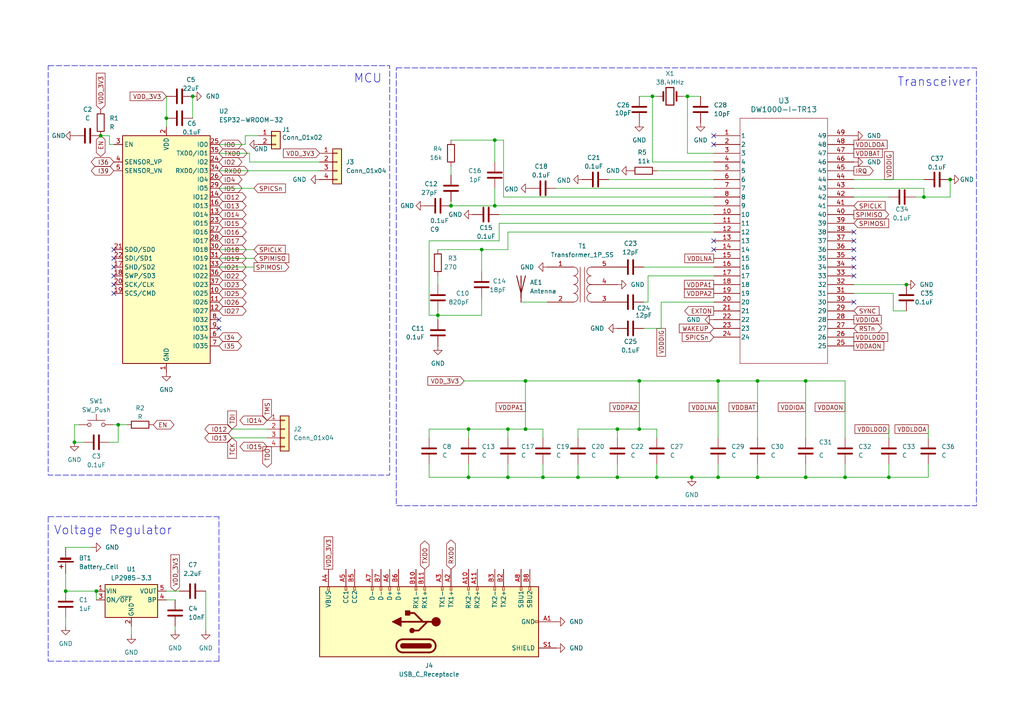
<source format=kicad_sch>
(kicad_sch (version 20231120) (generator "eeschema") (generator_version "8.0")
  (paper "A4")
  (lib_symbols
    (symbol "Connector:USB_C_Receptacle" (pin_names (offset 1.016))
      (property "Reference" "J" (at -10.16 29.21 0))
      (property "Value" "USB_C_Receptacle" (at 10.16 29.21 0))
      (symbol "USB_C_Receptacle_1_1"
        (pin passive line (at 0 -40.64 90) (length 5.08) (name "GND") (number "A1"))
        (pin bidirectional line (at 15.24 -15.24 180) (length 5.08) (name "RX2-") (number "A10"))
        (pin bidirectional line (at 15.24 -17.78 180) (length 5.08) (name "RX2+") (number "A11"))
        (pin passive line (at 0 -40.64 90) (length 5.08) hide (name "GND") (number "A12"))
        (pin bidirectional line (at 15.24 -10.16 180) (length 5.08) (name "TX1+") (number "A2"))
        (pin bidirectional line (at 15.24 -7.62 180) (length 5.08) (name "TX1-") (number "A3"))
        (pin passive line (at 15.24 25.4 180) (length 5.08) (name "VBUS") (number "A4"))
        (pin bidirectional line (at 15.24 20.32 180) (length 5.08) (name "CC1") (number "A5"))
        (pin bidirectional line (at 15.24 7.62 180) (length 5.08) (name "D+") (number "A6"))
        (pin bidirectional line (at 15.24 12.7 180) (length 5.08) (name "D-") (number "A7"))
        (pin bidirectional line (at 15.24 -30.48 180) (length 5.08) (name "SBU1") (number "A8"))
        (pin passive line (at 15.24 25.4 180) (length 5.08) hide (name "VBUS") (number "A9"))
        (pin passive line (at 0 -40.64 90) (length 5.08) hide (name "GND") (number "B1"))
        (pin bidirectional line (at 15.24 0 180) (length 5.08) (name "RX1-") (number "B10"))
        (pin bidirectional line (at 15.24 -2.54 180) (length 5.08) (name "RX1+") (number "B11"))
        (pin passive line (at 0 -40.64 90) (length 5.08) hide (name "GND") (number "B12"))
        (pin bidirectional line (at 15.24 -25.4 180) (length 5.08) (name "TX2+") (number "B2"))
        (pin bidirectional line (at 15.24 -22.86 180) (length 5.08) (name "TX2-") (number "B3"))
        (pin passive line (at 15.24 25.4 180) (length 5.08) hide (name "VBUS") (number "B4"))
        (pin bidirectional line (at 15.24 17.78 180) (length 5.08) (name "CC2") (number "B5"))
        (pin bidirectional line (at 15.24 5.08 180) (length 5.08) (name "D+") (number "B6"))
        (pin bidirectional line (at 15.24 10.16 180) (length 5.08) (name "D-") (number "B7"))
        (pin bidirectional line (at 15.24 -33.02 180) (length 5.08) (name "SBU2") (number "B8"))
        (pin passive line (at 15.24 25.4 180) (length 5.08) hide (name "VBUS") (number "B9"))
        (pin passive line (at -7.62 -40.64 90) (length 5.08) (name "SHIELD") (number "S1"))
      )
    )
    (symbol "Connector_Generic:Conn_01x02" (pin_names (offset 1.016) hide)
      (property "Reference" "J" (at 0 2.54 0))
      (property "Value" "Conn_01x02" (at 0 -5.08 0))
      (symbol "Conn_01x02_1_1"
        (pin passive line (at -5.08 0 0) (length 3.81) (name "Pin_1") (number "1"))
        (pin passive line (at -5.08 -2.54 0) (length 3.81) (name "Pin_2") (number "2"))
      )
    )
    (symbol "Connector_Generic:Conn_01x04" (pin_names (offset 1.016) hide)
      (property "Reference" "J" (at 0 5.08 0))
      (property "Value" "Conn_01x04" (at 0 -7.62 0))
      (symbol "Conn_01x04_1_1"
        (pin passive line (at -5.08 2.54 0) (length 3.81) (name "Pin_1") (number "1"))
        (pin passive line (at -5.08 0 0) (length 3.81) (name "Pin_2") (number "2"))
        (pin passive line (at -5.08 -2.54 0) (length 3.81) (name "Pin_3") (number "3"))
        (pin passive line (at -5.08 -5.08 0) (length 3.81) (name "Pin_4") (number "4"))
      )
    )
    (symbol "DW1000:DW1000-I-TR13" (pin_names (offset 0.254))
      (property "Reference" "U" (at 20.32 10.16 0))
      (property "Value" "DW1000-I-TR13" (at 20.32 7.62 0))
      (symbol "DW1000-I-TR13_0_1"
        (pin unspecified line (at 0 0 0) (length 7.62) (name "1") (number "1"))
        (pin unspecified line (at 0 -22.86 0) (length 7.62) (name "10") (number "10"))
        (pin unspecified line (at 0 -25.4 0) (length 7.62) (name "11") (number "11"))
        (pin unspecified line (at 0 -27.94 0) (length 7.62) (name "12") (number "12"))
        (pin unspecified line (at 0 -30.48 0) (length 7.62) (name "13") (number "13"))
        (pin unspecified line (at 0 -33.02 0) (length 7.62) (name "14") (number "14"))
        (pin unspecified line (at 0 -35.56 0) (length 7.62) (name "15") (number "15"))
        (pin unspecified line (at 0 -38.1 0) (length 7.62) (name "16") (number "16"))
        (pin unspecified line (at 0 -40.64 0) (length 7.62) (name "17") (number "17"))
        (pin unspecified line (at 0 -43.18 0) (length 7.62) (name "18") (number "18"))
        (pin unspecified line (at 0 -45.72 0) (length 7.62) (name "19") (number "19"))
        (pin unspecified line (at 0 -2.54 0) (length 7.62) (name "2") (number "2"))
        (pin unspecified line (at 0 -48.26 0) (length 7.62) (name "20") (number "20"))
        (pin unspecified line (at 0 -50.8 0) (length 7.62) (name "21") (number "21"))
        (pin unspecified line (at 0 -53.34 0) (length 7.62) (name "22") (number "22"))
        (pin unspecified line (at 0 -55.88 0) (length 7.62) (name "23") (number "23"))
        (pin unspecified line (at 0 -58.42 0) (length 7.62) (name "24") (number "24"))
        (pin unspecified line (at 40.64 -60.96 180) (length 7.62) (name "25") (number "25"))
        (pin unspecified line (at 40.64 -58.42 180) (length 7.62) (name "26") (number "26"))
        (pin unspecified line (at 40.64 -55.88 180) (length 7.62) (name "27") (number "27"))
        (pin unspecified line (at 40.64 -53.34 180) (length 7.62) (name "28") (number "28"))
        (pin unspecified line (at 40.64 -50.8 180) (length 7.62) (name "29") (number "29"))
        (pin unspecified line (at 0 -5.08 0) (length 7.62) (name "3") (number "3"))
        (pin unspecified line (at 40.64 -48.26 180) (length 7.62) (name "30") (number "30"))
        (pin unspecified line (at 40.64 -45.72 180) (length 7.62) (name "31") (number "31"))
        (pin unspecified line (at 40.64 -43.18 180) (length 7.62) (name "32") (number "32"))
        (pin unspecified line (at 40.64 -40.64 180) (length 7.62) (name "33") (number "33"))
        (pin unspecified line (at 40.64 -38.1 180) (length 7.62) (name "34") (number "34"))
        (pin unspecified line (at 40.64 -35.56 180) (length 7.62) (name "35") (number "35"))
        (pin unspecified line (at 40.64 -33.02 180) (length 7.62) (name "36") (number "36"))
        (pin unspecified line (at 40.64 -30.48 180) (length 7.62) (name "37") (number "37"))
        (pin unspecified line (at 40.64 -27.94 180) (length 7.62) (name "38") (number "38"))
        (pin unspecified line (at 40.64 -25.4 180) (length 7.62) (name "39") (number "39"))
        (pin unspecified line (at 0 -7.62 0) (length 7.62) (name "4") (number "4"))
        (pin unspecified line (at 40.64 -22.86 180) (length 7.62) (name "40") (number "40"))
        (pin unspecified line (at 40.64 -20.32 180) (length 7.62) (name "41") (number "41"))
        (pin unspecified line (at 40.64 -17.78 180) (length 7.62) (name "42") (number "42"))
        (pin unspecified line (at 40.64 -15.24 180) (length 7.62) (name "43") (number "43"))
        (pin unspecified line (at 40.64 -12.7 180) (length 7.62) (name "44") (number "44"))
        (pin unspecified line (at 40.64 -10.16 180) (length 7.62) (name "45") (number "45"))
        (pin unspecified line (at 40.64 -7.62 180) (length 7.62) (name "46") (number "46"))
        (pin unspecified line (at 40.64 -5.08 180) (length 7.62) (name "47") (number "47"))
        (pin unspecified line (at 40.64 -2.54 180) (length 7.62) (name "48") (number "48"))
        (pin unspecified line (at 40.64 0 180) (length 7.62) (name "49") (number "49"))
        (pin unspecified line (at 0 -10.16 0) (length 7.62) (name "5") (number "5"))
        (pin unspecified line (at 0 -12.7 0) (length 7.62) (name "6") (number "6"))
        (pin unspecified line (at 0 -15.24 0) (length 7.62) (name "7") (number "7"))
        (pin unspecified line (at 0 -17.78 0) (length 7.62) (name "8") (number "8"))
        (pin unspecified line (at 0 -20.32 0) (length 7.62) (name "9") (number "9"))
      )
    )
    (symbol "Device:Antenna" (pin_numbers hide) (pin_names (offset 1.016) hide)
      (property "Reference" "AE" (at -1.905 1.905 0))
      (property "Value" "Antenna" (at -1.905 0 0))
      (symbol "Antenna_1_1"
        (pin input line (at 0 -5.08 90) (length 2.54) (name "A") (number "1"))
      )
    )
    (symbol "Device:Battery_Cell" (pin_numbers hide) (pin_names (offset 0) hide)
      (property "Reference" "BT" (at 2.54 2.54 0))
      (property "Value" "Battery_Cell" (at 2.54 0 0))
      (symbol "Battery_Cell_1_1"
        (pin passive line (at 0 5.08 270) (length 2.54) (name "+") (number "1"))
        (pin passive line (at 0 -2.54 90) (length 2.54) (name "-") (number "2"))
      )
    )
    (symbol "Device:C" (pin_numbers hide) (pin_names (offset 0.254))
      (property "Reference" "C" (at 0.635 2.54 0))
      (property "Value" "C" (at 0.635 -2.54 0))
      (symbol "C_1_1"
        (pin passive line (at 0 3.81 270) (length 2.794) (name "~") (number "1"))
        (pin passive line (at 0 -3.81 90) (length 2.794) (name "~") (number "2"))
      )
    )
    (symbol "Device:Crystal" (pin_numbers hide) (pin_names (offset 1.016) hide)
      (property "Reference" "Y" (at 0 3.81 0))
      (property "Value" "Crystal" (at 0 -3.81 0))
      (symbol "Crystal_1_1"
        (pin passive line (at -3.81 0 0) (length 1.27) (name "1") (number "1"))
        (pin passive line (at 3.81 0 180) (length 1.27) (name "2") (number "2"))
      )
    )
    (symbol "Device:R" (pin_numbers hide) (pin_names (offset 0))
      (property "Reference" "R" (at 2.032 0 90))
      (property "Value" "R" (at 0 0 90))
      (symbol "R_1_1"
        (pin passive line (at 0 3.81 270) (length 1.27) (name "~") (number "1"))
        (pin passive line (at 0 -3.81 90) (length 1.27) (name "~") (number "2"))
      )
    )
    (symbol "Device:Transformer_1P_SS" (pin_names (offset 1.016) hide)
      (property "Reference" "T" (at 0 6.35 0))
      (property "Value" "Transformer_1P_SS" (at 0 -7.62 0))
      (symbol "Transformer_1P_SS_1_1"
        (pin passive line (at -10.16 5.08 0) (length 7.62) (name "AA") (number "1"))
        (pin passive line (at -10.16 -5.08 0) (length 7.62) (name "AB") (number "2"))
        (pin passive line (at 10.16 -5.08 180) (length 7.62) (name "SA") (number "3"))
        (pin passive line (at 10.16 0 180) (length 7.62) (name "SC") (number "4"))
        (pin passive line (at 10.16 5.08 180) (length 7.62) (name "SB") (number "5"))
      )
    )
    (symbol "RF_Module:ESP32-WROOM-32"
      (property "Reference" "U" (at -12.7 34.29 0))
      (property "Value" "ESP32-WROOM-32" (at 1.27 34.29 0))
      (symbol "ESP32-WROOM-32_1_1"
        (pin power_in line (at 0 -35.56 90) (length 2.54) (name "GND") (number "1"))
        (pin bidirectional line (at 15.24 -12.7 180) (length 2.54) (name "IO25") (number "10"))
        (pin bidirectional line (at 15.24 -15.24 180) (length 2.54) (name "IO26") (number "11"))
        (pin bidirectional line (at 15.24 -17.78 180) (length 2.54) (name "IO27") (number "12"))
        (pin bidirectional line (at 15.24 10.16 180) (length 2.54) (name "IO14") (number "13"))
        (pin bidirectional line (at 15.24 15.24 180) (length 2.54) (name "IO12") (number "14"))
        (pin passive line (at 0 -35.56 90) (length 2.54) hide (name "GND") (number "15"))
        (pin bidirectional line (at 15.24 12.7 180) (length 2.54) (name "IO13") (number "16"))
        (pin bidirectional line (at -15.24 -5.08 0) (length 2.54) (name "SHD/SD2") (number "17"))
        (pin bidirectional line (at -15.24 -7.62 0) (length 2.54) (name "SWP/SD3") (number "18"))
        (pin bidirectional line (at -15.24 -12.7 0) (length 2.54) (name "SCS/CMD") (number "19"))
        (pin power_in line (at 0 35.56 270) (length 2.54) (name "VDD") (number "2"))
        (pin bidirectional line (at -15.24 -10.16 0) (length 2.54) (name "SCK/CLK") (number "20"))
        (pin bidirectional line (at -15.24 0 0) (length 2.54) (name "SDO/SD0") (number "21"))
        (pin bidirectional line (at -15.24 -2.54 0) (length 2.54) (name "SDI/SD1") (number "22"))
        (pin bidirectional line (at 15.24 7.62 180) (length 2.54) (name "IO15") (number "23"))
        (pin bidirectional line (at 15.24 25.4 180) (length 2.54) (name "IO2") (number "24"))
        (pin bidirectional line (at 15.24 30.48 180) (length 2.54) (name "IO0") (number "25"))
        (pin bidirectional line (at 15.24 20.32 180) (length 2.54) (name "IO4") (number "26"))
        (pin bidirectional line (at 15.24 5.08 180) (length 2.54) (name "IO16") (number "27"))
        (pin bidirectional line (at 15.24 2.54 180) (length 2.54) (name "IO17") (number "28"))
        (pin bidirectional line (at 15.24 17.78 180) (length 2.54) (name "IO5") (number "29"))
        (pin input line (at -15.24 30.48 0) (length 2.54) (name "EN") (number "3"))
        (pin bidirectional line (at 15.24 0 180) (length 2.54) (name "IO18") (number "30"))
        (pin bidirectional line (at 15.24 -2.54 180) (length 2.54) (name "IO19") (number "31"))
        (pin no_connect line (at -12.7 -27.94 0) (length 2.54) hide (name "NC") (number "32"))
        (pin bidirectional line (at 15.24 -5.08 180) (length 2.54) (name "IO21") (number "33"))
        (pin bidirectional line (at 15.24 22.86 180) (length 2.54) (name "RXD0/IO3") (number "34"))
        (pin bidirectional line (at 15.24 27.94 180) (length 2.54) (name "TXD0/IO1") (number "35"))
        (pin bidirectional line (at 15.24 -7.62 180) (length 2.54) (name "IO22") (number "36"))
        (pin bidirectional line (at 15.24 -10.16 180) (length 2.54) (name "IO23") (number "37"))
        (pin passive line (at 0 -35.56 90) (length 2.54) hide (name "GND") (number "38"))
        (pin passive line (at 0 -35.56 90) (length 2.54) hide (name "GND") (number "39"))
        (pin input line (at -15.24 25.4 0) (length 2.54) (name "SENSOR_VP") (number "4"))
        (pin input line (at -15.24 22.86 0) (length 2.54) (name "SENSOR_VN") (number "5"))
        (pin input line (at 15.24 -25.4 180) (length 2.54) (name "IO34") (number "6"))
        (pin input line (at 15.24 -27.94 180) (length 2.54) (name "IO35") (number "7"))
        (pin bidirectional line (at 15.24 -20.32 180) (length 2.54) (name "IO32") (number "8"))
        (pin bidirectional line (at 15.24 -22.86 180) (length 2.54) (name "IO33") (number "9"))
      )
    )
    (symbol "Regulator_Linear:LP2985-3.3" (pin_names (offset 0.254))
      (property "Reference" "U" (at -6.35 5.715 0))
      (property "Value" "LP2985-3.3" (at 0 5.715 0))
      (symbol "LP2985-3.3_1_1"
        (pin power_in line (at -10.16 2.54 0) (length 2.54) (name "VIN") (number "1"))
        (pin power_in line (at 0 -7.62 90) (length 2.54) (name "GND") (number "2"))
        (pin input line (at -10.16 0 0) (length 2.54) (name "ON/~{OFF}") (number "3"))
        (pin input line (at 10.16 0 180) (length 2.54) (name "BP") (number "4"))
        (pin power_out line (at 10.16 2.54 180) (length 2.54) (name "VOUT") (number "5"))
      )
    )
    (symbol "Switch:SW_Push" (pin_numbers hide) (pin_names (offset 1.016) hide)
      (property "Reference" "SW" (at 1.27 2.54 0))
      (property "Value" "SW_Push" (at 0 -1.524 0))
      (symbol "SW_Push_0_1"
        (pin passive line (at -5.08 0 0) (length 2.54) (name "1") (number "1"))
        (pin passive line (at 5.08 0 180) (length 2.54) (name "2") (number "2"))
      )
    )
    (symbol "power:GND" (power) (pin_numbers hide) (pin_names (offset 0) hide)
      (property "Value" "GND" (at 0 -3.81 0))
      (symbol "GND_1_1"
        (pin power_in line (at 0 0 270) (length 0) (name "~") (number "1"))
      )
    )
  )
  (junction (at 219.71 110.49))
  (junction (at 257.81 138.43))
  (junction (at 233.68 110.49))
  (junction (at 208.28 138.43))
  (junction (at 157.48 138.43))
  (junction (at 233.68 138.43))
  (junction (at 34.29 123.19))
  (junction (at 179.07 124.46))
  (junction (at 27.94 171.45))
  (junction (at 152.4 124.46))
  (junction (at 267.97 57.15))
  (junction (at 167.64 138.43))
  (junction (at 147.32 124.46))
  (junction (at 208.28 110.49))
  (junction (at 185.42 110.49))
  (junction (at 130.81 59.69))
  (junction (at 143.51 59.69))
  (junction (at 219.71 138.43))
  (junction (at 48.26 34.29))
  (junction (at 152.4 110.49))
  (junction (at 135.89 124.46))
  (junction (at 147.32 138.43))
  (junction (at 262.89 82.55))
  (junction (at 189.23 27.94))
  (junction (at 19.05 171.45))
  (junction (at 185.42 124.46))
  (junction (at 245.11 138.43))
  (junction (at 190.5 138.43))
  (junction (at 21.59 128.27))
  (junction (at 139.7 72.39))
  (junction (at 135.89 138.43))
  (junction (at 275.59 52.07))
  (junction (at 127 91.44))
  (junction (at 143.51 40.64))
  (junction (at 29.21 39.37))
  (junction (at 199.39 27.94))
  (junction (at 55.88 27.94))
  (junction (at 200.66 138.43))
  (junction (at 179.07 138.43))
  (no_connect (at 63.5 95.25))
  (no_connect (at 33.02 74.93))
  (no_connect (at 207.01 72.39))
  (no_connect (at 33.02 82.55))
  (no_connect (at 247.65 77.47))
  (no_connect (at 207.01 41.91))
  (no_connect (at 207.01 69.85))
  (no_connect (at 247.65 69.85))
  (no_connect (at 33.02 85.09))
  (no_connect (at 247.65 87.63))
  (no_connect (at 33.02 80.01))
  (no_connect (at 247.65 74.93))
  (no_connect (at 247.65 72.39))
  (no_connect (at 33.02 77.47))
  (no_connect (at 33.02 72.39))
  (no_connect (at 247.65 80.01))
  (no_connect (at 63.5 92.71))
  (no_connect (at 247.65 67.31))
  (no_connect (at 207.01 39.37))
  (wire (pts (xy 167.64 124.46) (xy 167.64 127)))
  (wire (pts (xy 139.7 72.39) (xy 127 72.39)))
  (wire (pts (xy 147.32 72.39) (xy 139.7 72.39)))
  (wire (pts (xy 147.32 138.43) (xy 147.32 134.62)))
  (wire (pts (xy 55.88 27.94) (xy 55.88 34.29)))
  (wire (pts (xy 21.59 123.19) (xy 21.59 128.27)))
  (wire (pts (xy 124.46 138.43) (xy 135.89 138.43)))
  (wire (pts (xy 34.29 123.19) (xy 33.02 123.19)))
  (wire (pts (xy 219.71 110.49) (xy 233.68 110.49)))
  (wire (pts (xy 275.59 57.15) (xy 267.97 57.15)))
  (wire (pts (xy 157.48 124.46) (xy 157.48 127)))
  (wire (pts (xy 167.64 138.43) (xy 167.64 134.62)))
  (wire (pts (xy 147.32 124.46) (xy 152.4 124.46)))
  (wire (pts (xy 233.68 138.43) (xy 245.11 138.43)))
  (wire (pts (xy 257.81 127) (xy 257.81 124.46)))
  (wire (pts (xy 143.51 54.61) (xy 143.51 59.69)))
  (wire (pts (xy 147.32 138.43) (xy 157.48 138.43)))
  (wire (pts (xy 146.05 57.15) (xy 146.05 40.64)))
  (wire (pts (xy 144.78 69.85) (xy 144.78 64.77)))
  (wire (pts (xy 124.46 124.46) (xy 124.46 127)))
  (wire (pts (xy 48.26 171.45) (xy 52.07 171.45)))
  (wire (pts (xy 147.32 67.31) (xy 147.32 72.39)))
  (wire (pts (xy 203.2 27.94) (xy 199.39 27.94)))
  (wire (pts (xy 48.26 34.29) (xy 48.26 36.83)))
  (wire (pts (xy 48.26 173.99) (xy 50.8 173.99)))
  (wire (pts (xy 151.13 87.63) (xy 158.75 87.63)))
  (wire (pts (xy 185.42 110.49) (xy 208.28 110.49)))
  (wire (pts (xy 19.05 158.75) (xy 26.67 158.75)))
  (wire (pts (xy 167.64 124.46) (xy 179.07 124.46)))
  (wire (pts (xy 190.5 138.43) (xy 200.66 138.43)))
  (wire (pts (xy 21.59 128.27) (xy 24.13 128.27)))
  (wire (pts (xy 233.68 110.49) (xy 245.11 110.49)))
  (polyline (pts (xy 13.97 149.86) (xy 63.5 149.86)) (stroke (width 0) (type dash)))
  (wire (pts (xy 269.24 124.46) (xy 269.24 127)))
  (wire (pts (xy 72.39 46.99) (xy 72.39 44.45)))
  (wire (pts (xy 63.5 54.61) (xy 73.66 54.61)))
  (wire (pts (xy 31.75 41.91) (xy 31.75 39.37)))
  (wire (pts (xy 257.81 138.43) (xy 269.24 138.43)))
  (wire (pts (xy 135.89 127) (xy 135.89 124.46)))
  (wire (pts (xy 134.62 110.49) (xy 152.4 110.49)))
  (wire (pts (xy 245.11 138.43) (xy 257.81 138.43)))
  (wire (pts (xy 247.65 52.07) (xy 267.97 52.07)))
  (wire (pts (xy 63.5 72.39) (xy 73.66 72.39)))
  (wire (pts (xy 179.07 138.43) (xy 190.5 138.43)))
  (wire (pts (xy 186.69 77.47) (xy 207.01 77.47)))
  (wire (pts (xy 185.42 110.49) (xy 185.42 124.46)))
  (wire (pts (xy 208.28 138.43) (xy 219.71 138.43)))
  (wire (pts (xy 34.29 123.19) (xy 36.83 123.19)))
  (wire (pts (xy 59.69 171.45) (xy 59.69 182.88)))
  (wire (pts (xy 147.32 124.46) (xy 135.89 124.46)))
  (wire (pts (xy 31.75 128.27) (xy 34.29 128.27)))
  (wire (pts (xy 124.46 69.85) (xy 144.78 69.85)))
  (wire (pts (xy 19.05 179.07) (xy 19.05 181.61)))
  (wire (pts (xy 143.51 40.64) (xy 130.81 40.64)))
  (wire (pts (xy 259.08 85.09) (xy 259.08 90.17)))
  (wire (pts (xy 219.71 110.49) (xy 219.71 127)))
  (wire (pts (xy 124.46 138.43) (xy 124.46 134.62)))
  (wire (pts (xy 130.81 48.26) (xy 130.81 50.8)))
  (wire (pts (xy 27.94 171.45) (xy 27.94 173.99)))
  (wire (pts (xy 191.77 87.63) (xy 191.77 95.25)))
  (wire (pts (xy 161.29 54.61) (xy 207.01 54.61)))
  (wire (pts (xy 127 80.01) (xy 127 82.55)))
  (wire (pts (xy 152.4 124.46) (xy 157.48 124.46)))
  (wire (pts (xy 152.4 110.49) (xy 185.42 110.49)))
  (wire (pts (xy 72.39 46.99) (xy 92.71 46.99)))
  (wire (pts (xy 247.65 57.15) (xy 257.81 57.15)))
  (wire (pts (xy 247.65 54.61) (xy 267.97 54.61)))
  (polyline (pts (xy 63.5 191.77) (xy 63.5 149.86)) (stroke (width 0) (type dash)))
  (wire (pts (xy 257.81 138.43) (xy 257.81 134.62)))
  (polyline (pts (xy 13.97 149.86) (xy 13.97 191.77)) (stroke (width 0) (type dash)))
  (wire (pts (xy 157.48 138.43) (xy 167.64 138.43)))
  (wire (pts (xy 147.32 124.46) (xy 147.32 127)))
  (wire (pts (xy 144.78 64.77) (xy 207.01 64.77)))
  (wire (pts (xy 207.01 57.15) (xy 146.05 57.15)))
  (wire (pts (xy 124.46 91.44) (xy 124.46 69.85)))
  (wire (pts (xy 245.11 138.43) (xy 245.11 134.62)))
  (wire (pts (xy 127 91.44) (xy 127 92.71)))
  (wire (pts (xy 189.23 46.99) (xy 189.23 27.94)))
  (wire (pts (xy 199.39 44.45) (xy 207.01 44.45)))
  (wire (pts (xy 127 90.17) (xy 127 91.44)))
  (wire (pts (xy 189.23 27.94) (xy 185.42 27.94)))
  (wire (pts (xy 71.12 39.37) (xy 74.93 39.37)))
  (wire (pts (xy 176.53 52.07) (xy 207.01 52.07)))
  (wire (pts (xy 179.07 127) (xy 179.07 124.46)))
  (wire (pts (xy 29.21 39.37) (xy 31.75 39.37)))
  (wire (pts (xy 219.71 138.43) (xy 219.71 134.62)))
  (wire (pts (xy 190.5 124.46) (xy 185.42 124.46)))
  (wire (pts (xy 207.01 46.99) (xy 189.23 46.99)))
  (wire (pts (xy 247.65 82.55) (xy 262.89 82.55)))
  (wire (pts (xy 186.69 95.25) (xy 191.77 95.25)))
  (wire (pts (xy 143.51 59.69) (xy 207.01 59.69)))
  (wire (pts (xy 233.68 138.43) (xy 233.68 134.62)))
  (wire (pts (xy 143.51 59.69) (xy 130.81 59.69)))
  (wire (pts (xy 38.1 181.61) (xy 38.1 184.15)))
  (wire (pts (xy 219.71 138.43) (xy 233.68 138.43)))
  (wire (pts (xy 34.29 128.27) (xy 34.29 123.19)))
  (wire (pts (xy 207.01 80.01) (xy 187.96 80.01)))
  (wire (pts (xy 157.48 138.43) (xy 157.48 134.62)))
  (wire (pts (xy 67.31 127) (xy 77.47 127)))
  (wire (pts (xy 135.89 138.43) (xy 135.89 134.62)))
  (wire (pts (xy 71.12 41.91) (xy 71.12 39.37)))
  (wire (pts (xy 63.5 44.45) (xy 72.39 44.45)))
  (wire (pts (xy 22.86 123.19) (xy 21.59 123.19)))
  (wire (pts (xy 19.05 166.37) (xy 19.05 171.45)))
  (wire (pts (xy 199.39 27.94) (xy 198.12 27.94)))
  (wire (pts (xy 190.5 49.53) (xy 207.01 49.53)))
  (wire (pts (xy 67.31 124.46) (xy 77.47 124.46)))
  (wire (pts (xy 208.28 110.49) (xy 208.28 127)))
  (wire (pts (xy 208.28 138.43) (xy 208.28 134.62)))
  (wire (pts (xy 48.26 27.94) (xy 48.26 34.29)))
  (wire (pts (xy 187.96 80.01) (xy 187.96 87.63)))
  (wire (pts (xy 130.81 58.42) (xy 130.81 59.69)))
  (wire (pts (xy 139.7 78.74) (xy 139.7 72.39)))
  (wire (pts (xy 275.59 52.07) (xy 275.59 57.15)))
  (wire (pts (xy 207.01 87.63) (xy 191.77 87.63)))
  (wire (pts (xy 50.8 181.61) (xy 50.8 182.88)))
  (wire (pts (xy 233.68 110.49) (xy 233.68 127)))
  (wire (pts (xy 19.05 171.45) (xy 27.94 171.45)))
  (wire (pts (xy 152.4 110.49) (xy 152.4 124.46)))
  (wire (pts (xy 208.28 110.49) (xy 219.71 110.49)))
  (wire (pts (xy 200.66 138.43) (xy 208.28 138.43)))
  (wire (pts (xy 190.5 124.46) (xy 190.5 127)))
  (wire (pts (xy 190.5 27.94) (xy 189.23 27.94)))
  (wire (pts (xy 33.02 41.91) (xy 31.75 41.91)))
  (wire (pts (xy 190.5 138.43) (xy 190.5 134.62)))
  (wire (pts (xy 63.5 49.53) (xy 92.71 49.53)))
  (wire (pts (xy 124.46 124.46) (xy 135.89 124.46)))
  (wire (pts (xy 167.64 138.43) (xy 179.07 138.43)))
  (wire (pts (xy 199.39 27.94) (xy 199.39 44.45)))
  (wire (pts (xy 245.11 110.49) (xy 245.11 127)))
  (wire (pts (xy 63.5 74.93) (xy 73.66 74.93)))
  (wire (pts (xy 127 91.44) (xy 124.46 91.44)))
  (wire (pts (xy 135.89 138.43) (xy 147.32 138.43)))
  (wire (pts (xy 139.7 91.44) (xy 127 91.44)))
  (polyline (pts (xy 13.97 191.77) (xy 63.5 191.77)) (stroke (width 0) (type dash)))
  (wire (pts (xy 267.97 54.61) (xy 267.97 57.15)))
  (wire (pts (xy 179.07 138.43) (xy 179.07 134.62)))
  (wire (pts (xy 259.08 90.17) (xy 262.89 90.17)))
  (wire (pts (xy 267.97 57.15) (xy 265.43 57.15)))
  (wire (pts (xy 144.78 62.23) (xy 207.01 62.23)))
  (wire (pts (xy 143.51 46.99) (xy 143.51 40.64)))
  (wire (pts (xy 187.96 87.63) (xy 186.69 87.63)))
  (wire (pts (xy 185.42 124.46) (xy 179.07 124.46)))
  (wire (pts (xy 146.05 40.64) (xy 143.51 40.64)))
  (wire (pts (xy 63.5 77.47) (xy 73.66 77.47)))
  (wire (pts (xy 207.01 67.31) (xy 147.32 67.31)))
  (wire (pts (xy 269.24 138.43) (xy 269.24 134.62)))
  (wire (pts (xy 139.7 86.36) (xy 139.7 91.44)))
  (wire (pts (xy 247.65 85.09) (xy 259.08 85.09)))
  (wire (pts (xy 63.5 41.91) (xy 71.12 41.91)))
  (rectangle (start 114.935 19.685) (end 283.21 146.685) (stroke (width 0) (type dash)))
  (rectangle (start 13.97 19.05) (end 113.03 137.795) (stroke (width 0) (type dash)))
  (text "MCU" (at 106.68 22.86 0) (effects (font (size 2.54 2.54))))
  (text "Transceiver" (at 271.018 23.876 0) (effects (font (size 2.54 2.54))))
  (text "Voltage Regulator" (at 32.766 153.924 0) (effects (font (size 2.54 2.54))))
  (global_label "IO21" (shape bidirectional) (at 63.5 77.47 0) (property "Intersheetrefs" "${INTERSHEET_REFS}" (effects (hide yes))))
  (global_label "VDDLNA" (shape passive) (at 208.28 118.11 180) (property "Intersheetrefs" "${INTERSHEET_REFS}" (effects (hide yes))))
  (global_label "IO5" (shape bidirectional) (at 63.5 54.61 0) (property "Intersheetrefs" "${INTERSHEET_REFS}" (effects (hide yes))))
  (global_label "IO4" (shape bidirectional) (at 63.5 52.07 0) (property "Intersheetrefs" "${INTERSHEET_REFS}" (effects (hide yes))))
  (global_label "IO13" (shape bidirectional) (at 63.5 59.69 0) (property "Intersheetrefs" "${INTERSHEET_REFS}" (effects (hide yes))))
  (global_label "WAKEUP" (shape input) (at 207.01 95.25 180) (property "Intersheetrefs" "${INTERSHEET_REFS}" (effects (hide yes))))
  (global_label "SPICLK" (shape input) (at 247.65 59.69 0) (property "Intersheetrefs" "${INTERSHEET_REFS}" (effects (hide yes))))
  (global_label "SPIMOSI" (shape output) (at 73.66 77.47 0) (property "Intersheetrefs" "${INTERSHEET_REFS}" (effects (hide yes))))
  (global_label "VDDBAT" (shape passive) (at 247.65 44.45 0) (property "Intersheetrefs" "${INTERSHEET_REFS}" (effects (hide yes))))
  (global_label "IO14" (shape bidirectional) (at 63.5 62.23 0) (property "Intersheetrefs" "${INTERSHEET_REFS}" (effects (hide yes))))
  (global_label "IO15" (shape bidirectional) (at 77.47 129.54 180) (property "Intersheetrefs" "${INTERSHEET_REFS}" (effects (hide yes))))
  (global_label "VDDPA2" (shape passive) (at 185.42 118.11 180) (property "Intersheetrefs" "${INTERSHEET_REFS}" (effects (hide yes))))
  (global_label "IO2" (shape bidirectional) (at 63.5 46.99 0) (property "Intersheetrefs" "${INTERSHEET_REFS}" (effects (hide yes))))
  (global_label "VDDLDOA" (shape passive) (at 269.24 124.46 180) (property "Intersheetrefs" "${INTERSHEET_REFS}" (effects (hide yes))))
  (global_label "VDD_3V3" (shape input) (at 48.26 27.94 180) (property "Intersheetrefs" "${INTERSHEET_REFS}" (effects (hide yes))))
  (global_label "VDD_3V3" (shape input) (at 92.71 44.45 180) (property "Intersheetrefs" "${INTERSHEET_REFS}" (effects (hide yes))))
  (global_label "SPICLK" (shape input) (at 73.66 72.39 0) (property "Intersheetrefs" "${INTERSHEET_REFS}" (effects (hide yes))))
  (global_label "EN" (shape bidirectional) (at 44.45 123.19 0) (property "Intersheetrefs" "${INTERSHEET_REFS}" (effects (hide yes))))
  (global_label "IRQ" (shape output) (at 247.65 49.53 0) (property "Intersheetrefs" "${INTERSHEET_REFS}" (effects (hide yes))))
  (global_label "IO0" (shape bidirectional) (at 63.5 41.91 0) (property "Intersheetrefs" "${INTERSHEET_REFS}" (effects (hide yes))))
  (global_label "TXD0" (shape bidirectional) (at 63.5 44.45 0) (property "Intersheetrefs" "${INTERSHEET_REFS}" (effects (hide yes))))
  (global_label "VDDLNA" (shape passive) (at 207.01 74.93 180) (property "Intersheetrefs" "${INTERSHEET_REFS}" (effects (hide yes))))
  (global_label "VDDPA1" (shape passive) (at 207.01 82.55 180) (property "Intersheetrefs" "${INTERSHEET_REFS}" (effects (hide yes))))
  (global_label "I34" (shape bidirectional) (at 63.5 97.79 0) (property "Intersheetrefs" "${INTERSHEET_REFS}" (effects (hide yes))))
  (global_label "SPIMISO" (shape input) (at 73.66 74.93 0) (property "Intersheetrefs" "${INTERSHEET_REFS}" (effects (hide yes))))
  (global_label "VDDIOA" (shape passive) (at 233.68 118.11 180) (property "Intersheetrefs" "${INTERSHEET_REFS}" (effects (hide yes))))
  (global_label "I36" (shape bidirectional) (at 33.02 46.99 180) (property "Intersheetrefs" "${INTERSHEET_REFS}" (effects (hide yes))))
  (global_label "VDD_3V3" (shape passive) (at 95.25 165.1 90) (property "Intersheetrefs" "${INTERSHEET_REFS}" (effects (hide yes))))
  (global_label "IO16" (shape bidirectional) (at 63.5 67.31 0) (property "Intersheetrefs" "${INTERSHEET_REFS}" (effects (hide yes))))
  (global_label "IO27" (shape bidirectional) (at 63.5 90.17 0) (property "Intersheetrefs" "${INTERSHEET_REFS}" (effects (hide yes))))
  (global_label "IO23" (shape bidirectional) (at 63.5 82.55 0) (property "Intersheetrefs" "${INTERSHEET_REFS}" (effects (hide yes))))
  (global_label "IO17" (shape bidirectional) (at 63.5 69.85 0) (property "Intersheetrefs" "${INTERSHEET_REFS}" (effects (hide yes))))
  (global_label "VDDPA2" (shape passive) (at 207.01 85.09 180) (property "Intersheetrefs" "${INTERSHEET_REFS}" (effects (hide yes))))
  (global_label "EN" (shape bidirectional) (at 29.21 39.37 270) (property "Intersheetrefs" "${INTERSHEET_REFS}" (effects (hide yes))))
  (global_label "I35" (shape bidirectional) (at 63.5 100.33 0) (property "Intersheetrefs" "${INTERSHEET_REFS}" (effects (hide yes))))
  (global_label "SPICSn" (shape input) (at 207.01 97.79 180) (property "Intersheetrefs" "${INTERSHEET_REFS}" (effects (hide yes))))
  (global_label "TCK" (shape input) (at 67.31 127 270) (property "Intersheetrefs" "${INTERSHEET_REFS}" (effects (hide yes))))
  (global_label "TDI" (shape input) (at 67.31 124.46 90) (property "Intersheetrefs" "${INTERSHEET_REFS}" (effects (hide yes))))
  (global_label "SYNC" (shape input) (at 247.65 90.17 0) (property "Intersheetrefs" "${INTERSHEET_REFS}" (effects (hide yes))))
  (global_label "VDDBAT" (shape passive) (at 219.71 118.11 180) (property "Intersheetrefs" "${INTERSHEET_REFS}" (effects (hide yes))))
  (global_label "EXTON" (shape output) (at 207.01 90.17 180) (property "Intersheetrefs" "${INTERSHEET_REFS}" (effects (hide yes))))
  (global_label "VDDPA1" (shape passive) (at 152.4 118.11 180) (property "Intersheetrefs" "${INTERSHEET_REFS}" (effects (hide yes))))
  (global_label "VDD_3V3" (shape input) (at 134.62 110.49 180) (property "Intersheetrefs" "${INTERSHEET_REFS}" (effects (hide yes))))
  (global_label "IO13" (shape bidirectional) (at 67.31 127 180) (property "Intersheetrefs" "${INTERSHEET_REFS}" (effects (hide yes))))
  (global_label "I39" (shape bidirectional) (at 33.02 49.53 180) (property "Intersheetrefs" "${INTERSHEET_REFS}" (effects (hide yes))))
  (global_label "SPIMOSI" (shape input) (at 247.65 64.77 0) (property "Intersheetrefs" "${INTERSHEET_REFS}" (effects (hide yes))))
  (global_label "SPIMISO" (shape output) (at 247.65 62.23 0) (property "Intersheetrefs" "${INTERSHEET_REFS}" (effects (hide yes))))
  (global_label "IO19" (shape bidirectional) (at 63.5 74.93 0) (property "Intersheetrefs" "${INTERSHEET_REFS}" (effects (hide yes))))
  (global_label "VDDLDOD" (shape passive) (at 257.81 124.46 180) (property "Intersheetrefs" "${INTERSHEET_REFS}" (effects (hide yes))))
  (global_label "VDD_3V3" (shape input) (at 29.21 31.75 90) (property "Intersheetrefs" "${INTERSHEET_REFS}" (effects (hide yes))))
  (global_label "TDO" (shape output) (at 77.47 129.54 270) (property "Intersheetrefs" "${INTERSHEET_REFS}" (effects (hide yes))))
  (global_label "IO15" (shape bidirectional) (at 63.5 64.77 0) (property "Intersheetrefs" "${INTERSHEET_REFS}" (effects (hide yes))))
  (global_label "VDDDIG" (shape passive) (at 257.81 52.07 90) (property "Intersheetrefs" "${INTERSHEET_REFS}" (effects (hide yes))))
  (global_label "SPICSn" (shape input) (at 73.66 54.61 0) (property "Intersheetrefs" "${INTERSHEET_REFS}" (effects (hide yes))))
  (global_label "VDDAON" (shape passive) (at 247.65 100.33 0) (property "Intersheetrefs" "${INTERSHEET_REFS}" (effects (hide yes))))
  (global_label "IO26" (shape bidirectional) (at 63.5 87.63 0) (property "Intersheetrefs" "${INTERSHEET_REFS}" (effects (hide yes))))
  (global_label "VDDLDOD" (shape passive) (at 247.65 97.79 0) (property "Intersheetrefs" "${INTERSHEET_REFS}" (effects (hide yes))))
  (global_label "VDD_3V3" (shape input) (at 50.8 171.45 90) (property "Intersheetrefs" "${INTERSHEET_REFS}" (effects (hide yes))))
  (global_label "IO14" (shape bidirectional) (at 77.47 121.92 180) (property "Intersheetrefs" "${INTERSHEET_REFS}" (effects (hide yes))))
  (global_label "IO25" (shape bidirectional) (at 63.5 85.09 0) (property "Intersheetrefs" "${INTERSHEET_REFS}" (effects (hide yes))))
  (global_label "VDDIOA" (shape passive) (at 247.65 92.71 0) (property "Intersheetrefs" "${INTERSHEET_REFS}" (effects (hide yes))))
  (global_label "VDDAON" (shape passive) (at 245.11 118.11 180) (property "Intersheetrefs" "${INTERSHEET_REFS}" (effects (hide yes))))
  (global_label "IO12" (shape bidirectional) (at 67.31 124.46 180) (property "Intersheetrefs" "${INTERSHEET_REFS}" (effects (hide yes))))
  (global_label "IO22" (shape bidirectional) (at 63.5 80.01 0) (property "Intersheetrefs" "${INTERSHEET_REFS}" (effects (hide yes))))
  (global_label "IO12" (shape bidirectional) (at 63.5 57.15 0) (property "Intersheetrefs" "${INTERSHEET_REFS}" (effects (hide yes))))
  (global_label "RSTn" (shape bidirectional) (at 247.65 95.25 0) (property "Intersheetrefs" "${INTERSHEET_REFS}" (effects (hide yes))))
  (global_label "RXD0" (shape bidirectional) (at 130.81 165.1 90) (property "Intersheetrefs" "${INTERSHEET_REFS}" (effects (hide yes))))
  (global_label "VDDLDOA" (shape passive) (at 247.65 41.91 0) (property "Intersheetrefs" "${INTERSHEET_REFS}" (effects (hide yes))))
  (global_label "TXD0" (shape bidirectional) (at 123.19 165.1 90) (property "Intersheetrefs" "${INTERSHEET_REFS}" (effects (hide yes))))
  (global_label "VDDDIG" (shape passive) (at 191.77 95.25 270) (property "Intersheetrefs" "${INTERSHEET_REFS}" (effects (hide yes))))
  (global_label "IO18" (shape bidirectional) (at 63.5 72.39 0) (property "Intersheetrefs" "${INTERSHEET_REFS}" (effects (hide yes))))
  (global_label "RXD0" (shape bidirectional) (at 63.5 49.53 0) (property "Intersheetrefs" "${INTERSHEET_REFS}" (effects (hide yes))))
  (global_label "TMS" (shape input) (at 77.47 121.92 90) (property "Intersheetrefs" "${INTERSHEET_REFS}" (effects (hide yes))))
  (symbol (lib_id "Device:C") (at 182.88 87.63 90) (unit 1)
    (property "Reference" "C24" (at 186.69 89.408 90))
    (property "Value" "12pF" (at 186.69 91.44 90))
    (property "Description" "Unpolarized capacitor" (effects (hide yes)))
  )
  (symbol (lib_id "Device:C") (at 271.78 52.07 90) (unit 1)
    (property "Reference" "C37" (at 271.78 45.974 90))
    (property "Value" "0.1uF" (at 271.78 48.514 90))
    (property "Description" "Unpolarized capacitor" (effects (hide yes)))
  )
  (symbol (lib_id "Device:C") (at 55.88 171.45 90) (unit 1)
    (property "Reference" "C7" (at 55.88 163.83 90))
    (property "Value" "2.2uF" (at 55.88 166.37 90))
    (property "Description" "Unpolarized capacitor" (effects (hide yes)))
  )
  (symbol (lib_id "Device:C") (at 233.68 130.81 0) (unit 1)
    (property "Reference" "C31" (at 237.49 128.2699 0) (effects (justify left)))
    (property "Value" "C" (at 237.49 132.0799 0) (effects (justify left)))
    (property "Description" "Unpolarized capacitor" (effects (hide yes)))
  )
  (symbol (lib_id "Connector_Generic:Conn_01x04") (at 82.55 124.46 0) (unit 1)
    (property "Reference" "J2" (at 85.09 124.4599 0) (effects (justify left)))
    (property "Value" "Conn_01x04" (at 85.09 126.9999 0) (effects (justify left)))
    (property "Description" "Generic connector, single row, 01x04, script generated (kicad-library-utils/schlib/autogen/connector/)" (effects (hide yes)))
  )
  (symbol (lib_id "Device:C") (at 219.71 130.81 0) (unit 1)
    (property "Reference" "C30" (at 223.52 129.5399 0) (effects (justify left)))
    (property "Value" "C" (at 223.52 132.0799 0) (effects (justify left)))
    (property "Description" "Unpolarized capacitor" (effects (hide yes)))
  )
  (symbol (lib_id "Device:R") (at 130.81 44.45 0) (mirror y) (unit 1)
    (property "Reference" "R4" (at 128.27 43.1799 0) (effects (justify left)))
    (property "Value" "16k" (at 128.27 45.7199 0) (effects (justify left)))
    (property "Description" "Resistor" (effects (hide yes)))
  )
  (symbol (lib_id "power:GND") (at 21.59 128.27 0) (unit 1)
    (property "Reference" "#PWR03" (effects (hide yes)))
    (property "Value" "GND" (at 21.59 133.35 0))
    (property "Description" "Power symbol creates a global label with name \"GND\" , ground" (effects (hide yes)))
  )
  (symbol (lib_id "Device:C") (at 157.48 54.61 270) (mirror x) (unit 1)
    (property "Reference" "C18" (at 156.972 48.26 90))
    (property "Value" "0.1uF" (at 156.972 50.8 90))
    (property "Description" "Unpolarized capacitor" (effects (hide yes)))
  )
  (symbol (lib_id "Device:C") (at 203.2 31.75 0) (unit 1)
    (property "Reference" "C28" (at 207.01 30.4799 0) (effects (justify left)))
    (property "Value" "10pF" (at 207.01 33.0199 0) (effects (justify left)))
    (property "Description" "Unpolarized capacitor" (effects (hide yes)))
  )
  (symbol (lib_id "Device:C") (at 52.07 27.94 90) (unit 1)
    (property "Reference" "C5" (at 55.372 23.114 90))
    (property "Value" "22uF" (at 55.372 25.654 90))
    (property "Description" "Unpolarized capacitor" (effects (hide yes)))
  )
  (symbol (lib_id "Connector_Generic:Conn_01x02") (at 80.01 39.37 0) (unit 1)
    (property "Reference" "J1" (at 81.788 37.592 0) (effects (justify left)))
    (property "Value" "Conn_01x02" (at 81.788 39.878 0) (effects (justify left)))
    (property "Description" "Generic connector, single row, 01x02, script generated (kicad-library-utils/schlib/autogen/connector/)" (effects (hide yes)))
  )
  (symbol (lib_id "power:GND") (at 21.59 39.37 270) (unit 1)
    (property "Reference" "#PWR02" (effects (hide yes)))
    (property "Value" "GND" (at 19.05 39.37 90) (effects (justify right)))
    (property "Description" "Power symbol creates a global label with name \"GND\" , ground" (effects (hide yes)))
  )
  (symbol (lib_id "Device:C") (at 185.42 31.75 0) (unit 1)
    (property "Reference" "C26" (at 178.816 30.48 0) (effects (justify left)))
    (property "Value" "10pF" (at 178.308 32.766 0) (effects (justify left)))
    (property "Description" "Unpolarized capacitor" (effects (hide yes)))
  )
  (symbol (lib_id "Device:C") (at 182.88 77.47 90) (unit 1)
    (property "Reference" "C23" (at 182.88 70.612 90))
    (property "Value" "12pF" (at 182.88 73.152 90))
    (property "Description" "Unpolarized capacitor" (effects (hide yes)))
  )
  (symbol (lib_id "Device:C") (at 139.7 82.55 0) (mirror y) (unit 1)
    (property "Reference" "C14" (at 146.812 81.534 0) (effects (justify left)))
    (property "Value" "18pF" (at 146.812 84.074 0) (effects (justify left)))
    (property "Description" "Unpolarized capacitor" (effects (hide yes)))
  )
  (symbol (lib_id "power:GND") (at 153.67 54.61 270) (mirror x) (unit 1)
    (property "Reference" "#PWR015" (effects (hide yes)))
    (property "Value" "GND" (at 150.368 54.864 90) (effects (justify right)))
    (property "Description" "Power symbol creates a global label with name \"GND\" , ground" (effects (hide yes)))
  )
  (symbol (lib_id "Device:C") (at 52.07 34.29 90) (unit 1)
    (property "Reference" "C6" (at 55.626 35.814 90))
    (property "Value" "0.1uF" (at 55.626 38.354 90))
    (property "Description" "Unpolarized capacitor" (effects (hide yes)))
  )
  (symbol (lib_id "power:GND") (at 48.26 107.95 0) (unit 1)
    (property "Reference" "#PWR06" (effects (hide yes)))
    (property "Value" "GND" (at 48.26 113.03 0))
    (property "Description" "Power symbol creates a global label with name \"GND\" , ground" (effects (hide yes)))
  )
  (symbol (lib_id "power:GND") (at 200.66 138.43 0) (unit 1)
    (property "Reference" "#PWR024" (effects (hide yes)))
    (property "Value" "GND" (at 200.66 143.51 0))
    (property "Description" "Power symbol creates a global label with name \"GND\" , ground" (effects (hide yes)))
  )
  (symbol (lib_id "Device:C") (at 147.32 130.81 0) (unit 1)
    (property "Reference" "C17" (at 151.13 129.5399 0) (effects (justify left)))
    (property "Value" "C" (at 151.13 132.0799 0) (effects (justify left)))
    (property "Description" "Unpolarized capacitor" (effects (hide yes)))
  )
  (symbol (lib_id "Device:C") (at 130.81 54.61 0) (mirror y) (unit 1)
    (property "Reference" "C12" (at 127 53.3399 0) (effects (justify left)))
    (property "Value" "27pF" (at 127 55.8799 0) (effects (justify left)))
    (property "Description" "Unpolarized capacitor" (effects (hide yes)))
  )
  (symbol (lib_id "power:GND") (at 203.2 35.56 0) (unit 1)
    (property "Reference" "#PWR025" (effects (hide yes)))
    (property "Value" "GND" (at 203.2 40.64 0))
    (property "Description" "Power symbol creates a global label with name \"GND\" , ground" (effects (hide yes)))
  )
  (symbol (lib_id "Device:Crystal") (at 194.31 27.94 0) (unit 1)
    (property "Reference" "X1" (at 194.31 21.336 0))
    (property "Value" "38.4MHz" (at 194.31 23.876 0))
    (property "Description" "Two pin crystal" (effects (hide yes)))
  )
  (symbol (lib_id "Device:C") (at 190.5 130.81 0) (unit 1)
    (property "Reference" "C27" (at 194.31 129.5399 0) (effects (justify left)))
    (property "Value" "C" (at 194.31 132.0799 0) (effects (justify left)))
    (property "Description" "Unpolarized capacitor" (effects (hide yes)))
  )
  (symbol (lib_id "Device:R") (at 127 76.2 0) (mirror y) (unit 1)
    (property "Reference" "R3" (at 132.588 74.93 0) (effects (justify left)))
    (property "Value" "270" (at 132.588 77.47 0) (effects (justify left)))
    (property "Description" "Resistor" (effects (hide yes)))
  )
  (symbol (lib_id "DW1000:DW1000-I-TR13") (at 207.01 39.37 0) (unit 1)
    (property "Reference" "U3" (at 227.33 29.21 0) (effects (font (size 1.524 1.524))))
    (property "Value" "DW1000-I-TR13" (at 227.33 31.75 0) (effects (font (size 1.524 1.524))))
    (property "Footprint" "VFQFN48_12X12_QOR" (effects (hide yes)))
    (property "Datasheet" "DW1000-I-TR13" (effects (hide yes)))
  )
  (symbol (lib_id "Device:C") (at 19.05 175.26 0) (unit 1)
    (property "Reference" "C1" (at 22.86 173.9899 0) (effects (justify left)))
    (property "Value" "1uF" (at 22.86 176.5299 0) (effects (justify left)))
    (property "Description" "Unpolarized capacitor" (effects (hide yes)))
  )
  (symbol (lib_id "power:GND") (at 182.88 49.53 270) (mirror x) (unit 1)
    (property "Reference" "#PWR022" (effects (hide yes)))
    (property "Value" "GND" (at 177.8 49.53 90))
    (property "Description" "Power symbol creates a global label with name \"GND\" , ground" (effects (hide yes)))
  )
  (symbol (lib_id "power:GND") (at 168.91 52.07 270) (mirror x) (unit 1)
    (property "Reference" "#PWR019" (effects (hide yes)))
    (property "Value" "GND" (at 165.608 52.324 90) (effects (justify right)))
    (property "Description" "Power symbol creates a global label with name \"GND\" , ground" (effects (hide yes)))
  )
  (symbol (lib_id "Device:C") (at 50.8 177.8 0) (unit 1)
    (property "Reference" "C4" (at 54.61 176.5299 0) (effects (justify left)))
    (property "Value" "10nF" (at 54.61 179.0699 0) (effects (justify left)))
    (property "Description" "Unpolarized capacitor" (effects (hide yes)))
  )
  (symbol (lib_id "Device:Antenna") (at 151.13 82.55 0) (unit 1)
    (property "Reference" "AE1" (at 153.67 81.9149 0) (effects (justify left)))
    (property "Value" "Antenna" (at 153.67 84.4549 0) (effects (justify left)))
    (property "Description" "Antenna" (effects (hide yes)))
  )
  (symbol (lib_id "power:GND") (at 19.05 181.61 0) (unit 1)
    (property "Reference" "#PWR01" (effects (hide yes)))
    (property "Value" "GND" (at 19.05 186.69 0))
    (property "Description" "Power symbol creates a global label with name \"GND\" , ground" (effects (hide yes)))
  )
  (symbol (lib_id "Device:C") (at 27.94 128.27 90) (unit 1)
    (property "Reference" "C3" (at 27.94 132.334 90))
    (property "Value" "0.1uF" (at 27.94 134.874 90))
    (property "Description" "Unpolarized capacitor" (effects (hide yes)))
  )
  (symbol (lib_id "power:GND") (at 92.71 52.07 270) (unit 1)
    (property "Reference" "#PWR011" (effects (hide yes)))
    (property "Value" "GND" (at 88.9 52.0699 90) (effects (justify right)))
    (property "Description" "Power symbol creates a global label with name \"GND\" , ground" (effects (hide yes)))
  )
  (symbol (lib_id "Device:C") (at 245.11 130.81 0) (unit 1)
    (property "Reference" "C32" (at 248.92 129.5399 0) (effects (justify left)))
    (property "Value" "C" (at 248.92 132.0799 0) (effects (justify left)))
    (property "Description" "Unpolarized capacitor" (effects (hide yes)))
  )
  (symbol (lib_id "Connector:USB_C_Receptacle") (at 120.65 180.34 90) (unit 1)
    (property "Reference" "J4" (at 124.46 193.04 90))
    (property "Value" "USB_C_Receptacle" (at 124.46 195.58 90))
    (property "Datasheet" "https://www.usb.org/sites/default/files/documents/usb_type-c.zip" (effects (hide yes)))
    (property "Description" "USB Full-Featured Type-C Receptacle connector" (effects (hide yes)))
  )
  (symbol (lib_id "power:GND") (at 59.69 182.88 0) (unit 1)
    (property "Reference" "#PWR09" (effects (hide yes)))
    (property "Value" "GND" (at 59.69 187.96 0))
    (property "Description" "Power symbol creates a global label with name \"GND\" , ground" (effects (hide yes)))
  )
  (symbol (lib_id "Device:C") (at 135.89 130.81 0) (unit 1)
    (property "Reference" "C13" (at 139.7 129.5399 0) (effects (justify left)))
    (property "Value" "C" (at 139.7 132.0799 0) (effects (justify left)))
    (property "Description" "Unpolarized capacitor" (effects (hide yes)))
  )
  (symbol (lib_id "power:GND") (at 161.29 180.34 90) (unit 1)
    (property "Reference" "#PWR017" (effects (hide yes)))
    (property "Value" "GND" (at 165.1 180.3399 90) (effects (justify right)))
    (property "Description" "Power symbol creates a global label with name \"GND\" , ground" (effects (hide yes)))
  )
  (symbol (lib_id "Device:C") (at 261.62 57.15 90) (unit 1)
    (property "Reference" "C34" (at 261.62 60.706 90))
    (property "Value" "0.1uF" (at 261.62 63.246 90))
    (property "Description" "Unpolarized capacitor" (effects (hide yes)))
  )
  (symbol (lib_id "Device:C") (at 157.48 130.81 0) (unit 1)
    (property "Reference" "C19" (at 161.29 129.5399 0) (effects (justify left)))
    (property "Value" "C" (at 161.29 132.0799 0) (effects (justify left)))
    (property "Description" "Unpolarized capacitor" (effects (hide yes)))
  )
  (symbol (lib_id "Device:C") (at 257.81 130.81 0) (unit 1)
    (property "Reference" "C33" (at 261.62 129.5399 0) (effects (justify left)))
    (property "Value" "C" (at 261.62 132.0799 0) (effects (justify left)))
    (property "Description" "Unpolarized capacitor" (effects (hide yes)))
  )
  (symbol (lib_id "power:GND") (at 185.42 35.56 0) (unit 1)
    (property "Reference" "#PWR023" (effects (hide yes)))
    (property "Value" "GND" (at 185.42 40.64 0))
    (property "Description" "Power symbol creates a global label with name \"GND\" , ground" (effects (hide yes)))
  )
  (symbol (lib_id "Device:C") (at 143.51 50.8 0) (mirror y) (unit 1)
    (property "Reference" "C16" (at 139.7 49.5299 0) (effects (justify left)))
    (property "Value" "1pF" (at 139.7 52.0699 0) (effects (justify left)))
    (property "Description" "Unpolarized capacitor" (effects (hide yes)))
  )
  (symbol (lib_id "power:GND") (at 161.29 187.96 90) (unit 1)
    (property "Reference" "#PWR018" (effects (hide yes)))
    (property "Value" "GND" (at 165.1 187.9599 90) (effects (justify right)))
    (property "Description" "Power symbol creates a global label with name \"GND\" , ground" (effects (hide yes)))
  )
  (symbol (lib_id "Device:C") (at 25.4 39.37 90) (unit 1)
    (property "Reference" "C2" (at 25.4 31.75 90))
    (property "Value" "C" (at 25.4 34.29 90))
    (property "Description" "Unpolarized capacitor" (effects (hide yes)))
  )
  (symbol (lib_id "Device:C") (at 172.72 52.07 270) (mirror x) (unit 1)
    (property "Reference" "C21" (at 172.212 45.72 90))
    (property "Value" "0.1uF" (at 172.212 48.26 90))
    (property "Description" "Unpolarized capacitor" (effects (hide yes)))
  )
  (symbol (lib_id "power:GND") (at 137.16 62.23 270) (mirror x) (unit 1)
    (property "Reference" "#PWR014" (effects (hide yes)))
    (property "Value" "GND" (at 134.112 62.23 90) (effects (justify right)))
    (property "Description" "Power symbol creates a global label with name \"GND\" , ground" (effects (hide yes)))
  )
  (symbol (lib_id "Connector_Generic:Conn_01x04") (at 97.79 46.99 0) (unit 1)
    (property "Reference" "J3" (at 100.33 46.9899 0) (effects (justify left)))
    (property "Value" "Conn_01x04" (at 100.33 49.5299 0) (effects (justify left)))
    (property "Description" "Generic connector, single row, 01x04, script generated (kicad-library-utils/schlib/autogen/connector/)" (effects (hide yes)))
  )
  (symbol (lib_id "Device:C") (at 269.24 130.81 0) (unit 1)
    (property "Reference" "C36" (at 273.05 129.5399 0) (effects (justify left)))
    (property "Value" "C" (at 273.05 132.0799 0) (effects (justify left)))
    (property "Description" "Unpolarized capacitor" (effects (hide yes)))
  )
  (symbol (lib_id "power:GND") (at 262.89 82.55 90) (unit 1)
    (property "Reference" "#PWR029" (effects (hide yes)))
    (property "Value" "GND" (at 266.7 82.5499 90) (effects (justify right)))
    (property "Description" "Power symbol creates a global label with name \"GND\" , ground" (effects (hide yes)))
  )
  (symbol (lib_id "Device:Transformer_1P_SS") (at 168.91 82.55 0) (unit 1)
    (property "Reference" "T1" (at 168.91 71.374 0))
    (property "Value" "Transformer_1P_SS" (at 168.91 73.914 0))
    (property "Description" "Transformer, single primary, split secondary" (effects (hide yes)))
  )
  (symbol (lib_id "Device:R") (at 40.64 123.19 90) (unit 1)
    (property "Reference" "R2" (at 40.64 118.364 90))
    (property "Value" "R" (at 40.64 120.904 90))
    (property "Description" "Resistor" (effects (hide yes)))
  )
  (symbol (lib_id "power:GND") (at 247.65 46.99 90) (unit 1)
    (property "Reference" "#PWR028" (effects (hide yes)))
    (property "Value" "GND" (at 251.46 46.9899 90) (effects (justify right)))
    (property "Description" "Power symbol creates a global label with name \"GND\" , ground" (effects (hide yes)))
  )
  (symbol (lib_id "power:GND") (at 207.01 92.71 270) (unit 1)
    (property "Reference" "#PWR026" (effects (hide yes)))
    (property "Value" "GND" (at 203.2 92.7099 90) (effects (justify right)))
    (property "Description" "Power symbol creates a global label with name \"GND\" , ground" (effects (hide yes)))
  )
  (symbol (lib_id "RF_Module:ESP32-WROOM-32") (at 48.26 72.39 0) (unit 1)
    (property "Reference" "U2" (at 63.5 32.258 0) (effects (justify left)))
    (property "Value" "ESP32-WROOM-32" (at 63.5 34.798 0) (effects (justify left)))
    (property "Footprint" "RF_Module:ESP32-WROOM-32" (effects (hide yes)))
    (property "Datasheet" "https://www.espressif.com/sites/default/files/documentation/esp32-wroom-32_datasheet_en.pdf" (effects (hide yes)))
    (property "Description" "RF Module, ESP32-D0WDQ6 SoC, Wi-Fi 802.11b/g/n, Bluetooth, BLE, 32-bit, 2.7-3.6V, onboard antenna, SMD" (effects (hide yes)))
  )
  (symbol (lib_id "power:GND") (at 55.88 27.94 90) (unit 1)
    (property "Reference" "#PWR08" (effects (hide yes)))
    (property "Value" "GND" (at 59.69 27.9399 90) (effects (justify right)))
    (property "Description" "Power symbol creates a global label with name \"GND\" , ground" (effects (hide yes)))
  )
  (symbol (lib_id "power:GND") (at 247.65 39.37 90) (unit 1)
    (property "Reference" "#PWR027" (effects (hide yes)))
    (property "Value" "GND" (at 251.46 39.3699 90) (effects (justify right)))
    (property "Description" "Power symbol creates a global label with name \"GND\" , ground" (effects (hide yes)))
  )
  (symbol (lib_id "Device:C") (at 182.88 95.25 90) (mirror x) (unit 1)
    (property "Reference" "C25" (at 182.88 99.06 90))
    (property "Value" "0.1uF" (at 182.88 101.6 90))
    (property "Description" "Unpolarized capacitor" (effects (hide yes)))
  )
  (symbol (lib_id "power:GND") (at 179.07 95.25 270) (mirror x) (unit 1)
    (property "Reference" "#PWR021" (effects (hide yes)))
    (property "Value" "GND" (at 175.26 95.2499 90) (effects (justify right)))
    (property "Description" "Power symbol creates a global label with name \"GND\" , ground" (effects (hide yes)))
  )
  (symbol (lib_id "power:GND") (at 158.75 77.47 270) (unit 1)
    (property "Reference" "#PWR016" (effects (hide yes)))
    (property "Value" "GND" (at 154.94 77.4699 90) (effects (justify right)))
    (property "Description" "Power symbol creates a global label with name \"GND\" , ground" (effects (hide yes)))
  )
  (symbol (lib_id "power:GND") (at 275.59 52.07 90) (unit 1)
    (property "Reference" "#PWR030" (effects (hide yes)))
    (property "Value" "GND" (at 278.384 52.07 90) (effects (justify right)))
    (property "Description" "Power symbol creates a global label with name \"GND\" , ground" (effects (hide yes)))
  )
  (symbol (lib_id "Device:R") (at 186.69 49.53 270) (mirror x) (unit 1)
    (property "Reference" "R5" (at 184.912 44.196 90) (effects (justify left)))
    (property "Value" "11k" (at 184.912 46.736 90) (effects (justify left)))
    (property "Description" "Resistor (1%)" (effects (hide yes)))
  )
  (symbol (lib_id "Device:Battery_Cell") (at 19.05 161.29 180) (unit 1)
    (property "Reference" "BT1" (at 22.86 161.8614 0) (effects (justify right)))
    (property "Value" "Battery_Cell" (at 22.86 164.4014 0) (effects (justify right)))
    (property "Description" "Single-cell battery" (effects (hide yes)))
  )
  (symbol (lib_id "Device:R") (at 29.21 35.56 0) (unit 1)
    (property "Reference" "R1" (at 31.75 34.2899 0) (effects (justify left)))
    (property "Value" "R" (at 31.75 36.8299 0) (effects (justify left)))
    (property "Description" "Resistor" (effects (hide yes)))
  )
  (symbol (lib_id "Switch:SW_Push") (at 27.94 123.19 0) (unit 1)
    (property "Reference" "SW1" (at 27.94 116.332 0))
    (property "Value" "SW_Push" (at 27.94 118.872 0))
    (property "Description" "Push button switch, generic, two pins" (effects (hide yes)))
  )
  (symbol (lib_id "power:GND") (at 127 100.33 0) (mirror y) (unit 1)
    (property "Reference" "#PWR013" (effects (hide yes)))
    (property "Value" "GND" (at 127 105.41 0))
    (property "Description" "Power symbol creates a global label with name \"GND\" , ground" (effects (hide yes)))
  )
  (symbol (lib_id "Device:C") (at 140.97 62.23 270) (mirror x) (unit 1)
    (property "Reference" "C15" (at 140.97 66.04 90))
    (property "Value" "0.1uF" (at 140.97 68.58 90))
    (property "Description" "Unpolarized capacitor" (effects (hide yes)))
  )
  (symbol (lib_id "Device:C") (at 179.07 130.81 0) (unit 1)
    (property "Reference" "C22" (at 182.88 129.5399 0) (effects (justify left)))
    (property "Value" "C" (at 182.88 132.0799 0) (effects (justify left)))
    (property "Description" "Unpolarized capacitor" (effects (hide yes)))
  )
  (symbol (lib_id "Device:C") (at 262.89 86.36 0) (mirror y) (unit 1)
    (property "Reference" "C35" (at 270.764 85.09 0) (effects (justify left)))
    (property "Value" "0.1uF" (at 270.764 87.63 0) (effects (justify left)))
    (property "Description" "Unpolarized capacitor" (effects (hide yes)))
  )
  (symbol (lib_id "Device:C") (at 127 96.52 0) (mirror y) (unit 1)
    (property "Reference" "C11" (at 123.19 95.2499 0) (effects (justify left)))
    (property "Value" "0.1uF" (at 123.19 97.7899 0) (effects (justify left)))
    (property "Description" "Unpolarized capacitor" (effects (hide yes)))
  )
  (symbol (lib_id "power:GND") (at 179.07 82.55 90) (unit 1)
    (property "Reference" "#PWR020" (effects (hide yes)))
    (property "Value" "GND" (at 182.88 82.5499 90) (effects (justify right)))
    (property "Description" "Power symbol creates a global label with name \"GND\" , ground" (effects (hide yes)))
  )
  (symbol (lib_id "Device:C") (at 124.46 130.81 0) (unit 1)
    (property "Reference" "C8" (at 128.27 129.5399 0) (effects (justify left)))
    (property "Value" "C" (at 128.27 132.0799 0) (effects (justify left)))
    (property "Description" "Unpolarized capacitor" (effects (hide yes)))
  )
  (symbol (lib_id "Device:C") (at 127 86.36 0) (mirror y) (unit 1)
    (property "Reference" "C10" (at 136.144 85.09 0) (effects (justify left)))
    (property "Value" "820pF" (at 136.144 87.63 0) (effects (justify left)))
    (property "Description" "Unpolarized capacitor" (effects (hide yes)))
  )
  (symbol (lib_id "Device:C") (at 208.28 130.81 0) (unit 1)
    (property "Reference" "C29" (at 212.09 129.5399 0) (effects (justify left)))
    (property "Value" "C" (at 212.09 132.0799 0) (effects (justify left)))
    (property "Description" "Unpolarized capacitor" (effects (hide yes)))
  )
  (symbol (lib_id "power:GND") (at 26.67 158.75 90) (unit 1)
    (property "Reference" "#PWR04" (effects (hide yes)))
    (property "Value" "GND" (at 30.48 158.7499 90) (effects (justify right)))
    (property "Description" "Power symbol creates a global label with name \"GND\" , ground" (effects (hide yes)))
  )
  (symbol (lib_id "Regulator_Linear:LP2985-3.3") (at 38.1 173.99 0) (unit 1)
    (property "Reference" "U1" (at 38.1 165.1 0))
    (property "Value" "LP2985-3.3" (at 38.1 167.64 0))
    (property "Footprint" "Package_TO_SOT_SMD:SOT-23-5" (effects (hide yes)))
    (property "Datasheet" "http://www.ti.com/lit/ds/symlink/lp2985.pdf" (effects (hide yes)))
    (property "Description" "150mA 16V Low-noise Low-dropout Regulator With Shutdown, 3.3V output voltage, SOT-23-5" (effects (hide yes)))
  )
  (symbol (lib_id "Device:C") (at 167.64 130.81 0) (unit 1)
    (property "Reference" "C20" (at 171.45 129.5399 0) (effects (justify left)))
    (property "Value" "C" (at 171.45 132.0799 0) (effects (justify left)))
    (property "Description" "Unpolarized capacitor" (effects (hide yes)))
  )
  (symbol (lib_id "power:GND") (at 74.93 41.91 270) (unit 1)
    (property "Reference" "#PWR010" (effects (hide yes)))
    (property "Value" "GND" (at 77.724 43.18 90) (effects (justify right)))
    (property "Description" "Power symbol creates a global label with name \"GND\" , ground" (effects (hide yes)))
  )
  (symbol (lib_id "power:GND") (at 123.19 59.69 270) (mirror x) (unit 1)
    (property "Reference" "#PWR012" (effects (hide yes)))
    (property "Value" "GND" (at 118.11 59.69 90))
    (property "Description" "Power symbol creates a global label with name \"GND\" , ground" (effects (hide yes)))
  )
  (symbol (lib_id "power:GND") (at 38.1 184.15 0) (unit 1)
    (property "Reference" "#PWR05" (effects (hide yes)))
    (property "Value" "GND" (at 38.1 189.23 0))
    (property "Description" "Power symbol creates a global label with name \"GND\" , ground" (effects (hide yes)))
  )
  (symbol (lib_id "power:GND") (at 50.8 182.88 0) (unit 1)
    (property "Reference" "#PWR07" (effects (hide yes)))
    (property "Value" "GND" (at 50.8 187.96 0))
    (property "Description" "Power symbol creates a global label with name \"GND\" , ground" (effects (hide yes)))
  )
  (symbol (lib_id "Device:C") (at 127 59.69 270) (mirror x) (unit 1)
    (property "Reference" "C9" (at 124.714 66.548 90) (effects (justify left)))
    (property "Value" "0.1uF" (at 124.714 64.008 90) (effects (justify left)))
    (property "Description" "Unpolarized capacitor" (effects (hide yes)))
  )
)
</source>
